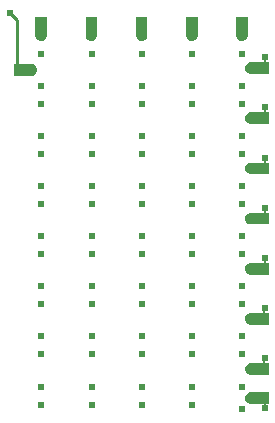
<source format=gbl>
G04*
G04 #@! TF.GenerationSoftware,Altium Limited,Altium Designer,20.1.14 (287)*
G04*
G04 Layer_Physical_Order=4*
G04 Layer_Color=16711680*
%FSLAX25Y25*%
%MOIN*%
G70*
G04*
G04 #@! TF.SameCoordinates,EDD9B4B2-C76D-452E-86CE-AE9E56570F27*
G04*
G04*
G04 #@! TF.FilePolarity,Positive*
G04*
G01*
G75*
%ADD11C,0.00600*%
%ADD12C,0.02400*%
%ADD14C,0.01000*%
G36*
X249669Y388631D02*
X243372D01*
X242648Y388930D01*
X242094Y389484D01*
X241795Y390208D01*
Y390599D01*
Y390991D01*
X242094Y391714D01*
X242648Y392268D01*
X243372Y392567D01*
X243763D01*
X249669Y392567D01*
Y388631D01*
D02*
G37*
G36*
Y371926D02*
X243372D01*
X242648Y372225D01*
X242094Y372779D01*
X241795Y373503D01*
Y373894D01*
Y374286D01*
X242094Y375009D01*
X242648Y375563D01*
X243372Y375863D01*
X243763D01*
X249669Y375863D01*
Y371926D01*
D02*
G37*
G36*
Y355221D02*
X243372D01*
X242648Y355521D01*
X242094Y356075D01*
X241795Y356798D01*
Y357190D01*
Y357581D01*
X242094Y358305D01*
X242648Y358858D01*
X243372Y359158D01*
X243763D01*
X249669Y359158D01*
Y355221D01*
D02*
G37*
G36*
Y338516D02*
X243372D01*
X242648Y338816D01*
X242094Y339370D01*
X241795Y340093D01*
Y340485D01*
Y340876D01*
X242094Y341600D01*
X242648Y342154D01*
X243372Y342453D01*
X243763D01*
X249669Y342453D01*
Y338516D01*
D02*
G37*
G36*
Y321812D02*
X243372D01*
X242648Y322111D01*
X242094Y322665D01*
X241795Y323389D01*
Y323780D01*
Y324172D01*
X242094Y324895D01*
X242648Y325449D01*
X243372Y325749D01*
X243763D01*
X249669Y325749D01*
Y321812D01*
D02*
G37*
G36*
Y305107D02*
X243372D01*
X242648Y305407D01*
X242094Y305960D01*
X241795Y306684D01*
Y307075D01*
Y307467D01*
X242094Y308190D01*
X242648Y308744D01*
X243372Y309044D01*
X243763D01*
X249669Y309044D01*
Y305107D01*
D02*
G37*
G36*
Y295335D02*
X243372D01*
X242648Y295634D01*
X242094Y296188D01*
X241795Y296912D01*
Y297303D01*
Y297695D01*
X242094Y298418D01*
X242648Y298972D01*
X243372Y299272D01*
X243763D01*
X249669Y299272D01*
Y295335D01*
D02*
G37*
G36*
X242669Y418463D02*
Y418071D01*
X242369Y417347D01*
X241815Y416794D01*
X241092Y416494D01*
X240309D01*
X239585Y416794D01*
X239031Y417347D01*
X238732Y418071D01*
Y418463D01*
Y418854D01*
Y424368D01*
X242669D01*
X242669Y418463D01*
D02*
G37*
G36*
X225964D02*
Y418071D01*
X225664Y417347D01*
X225111Y416794D01*
X224387Y416494D01*
X223604D01*
X222881Y416794D01*
X222327Y417347D01*
X222027Y418071D01*
Y418463D01*
Y418854D01*
Y424368D01*
X225964D01*
X225964Y418463D01*
D02*
G37*
G36*
X209259D02*
Y418071D01*
X208960Y417347D01*
X208406Y416794D01*
X207682Y416494D01*
X206899D01*
X206176Y416794D01*
X205622Y417347D01*
X205322Y418071D01*
Y418463D01*
Y418854D01*
D01*
Y424368D01*
X209259D01*
X209259Y418463D01*
D02*
G37*
G36*
X192555D02*
Y418071D01*
X192255Y417347D01*
X191701Y416794D01*
X190978Y416494D01*
X190194D01*
X189471Y416794D01*
X188917Y417347D01*
X188618Y418071D01*
Y418463D01*
Y418854D01*
Y424368D01*
X192555D01*
X192555Y418463D01*
D02*
G37*
G36*
X175850D02*
Y418071D01*
X175550Y417347D01*
X174996Y416794D01*
X174273Y416494D01*
X173490D01*
X172766Y416794D01*
X172213Y417347D01*
X171913Y418071D01*
Y418463D01*
Y418854D01*
Y424368D01*
X175850D01*
X175850Y418463D01*
D02*
G37*
G36*
X249669Y405335D02*
X243372D01*
X242648Y405635D01*
X242094Y406189D01*
X241795Y406912D01*
Y407304D01*
Y407695D01*
X242094Y408419D01*
X242648Y408973D01*
X243372Y409272D01*
X243763D01*
X249669Y409272D01*
Y405335D01*
D02*
G37*
G36*
X170587Y408683D02*
X170978D01*
X171702Y408383D01*
X172255Y407830D01*
X172555Y407106D01*
Y406714D01*
Y406323D01*
X172255Y405599D01*
X171702Y405046D01*
X170978Y404746D01*
X164681D01*
Y408683D01*
X170587Y408683D01*
D02*
G37*
D11*
X248239Y308599D02*
Y310639D01*
X248300Y310699D01*
X246716Y307075D02*
X248239Y308599D01*
X248239Y325304D02*
Y327343D01*
X248300Y327403D01*
X246716Y323780D02*
X248239Y325304D01*
X248300Y340681D02*
Y344108D01*
Y374090D02*
Y377518D01*
Y357385D02*
Y360813D01*
Y391352D02*
Y394222D01*
Y408057D02*
Y410927D01*
Y293994D02*
Y296473D01*
X246716Y298057D02*
X248300Y296473D01*
D12*
X163500Y425549D02*
D03*
X190637Y301200D02*
D03*
X190637Y345287D02*
D03*
Y361992D02*
D03*
Y378696D02*
D03*
Y395401D02*
D03*
X190637Y401426D02*
D03*
X190637Y412104D02*
D03*
X190637Y418130D02*
D03*
X207341Y301200D02*
D03*
X207342Y345287D02*
D03*
Y361992D02*
D03*
Y378696D02*
D03*
Y395401D02*
D03*
X207341Y401426D02*
D03*
X207342Y412104D02*
D03*
X207341Y418130D02*
D03*
X224046Y301200D02*
D03*
X224047Y345287D02*
D03*
Y361992D02*
D03*
Y378696D02*
D03*
Y395401D02*
D03*
X224046Y401426D02*
D03*
X224047Y412104D02*
D03*
X224046Y418130D02*
D03*
X240751Y301200D02*
D03*
X240751Y345287D02*
D03*
Y361992D02*
D03*
Y378696D02*
D03*
Y395401D02*
D03*
X240751Y401426D02*
D03*
X240751Y412104D02*
D03*
X240751Y418130D02*
D03*
X248300Y377518D02*
D03*
Y394222D02*
D03*
Y410927D02*
D03*
X190637Y311877D02*
D03*
X190637Y317904D02*
D03*
X190637Y328582D02*
D03*
X190637Y334609D02*
D03*
Y351314D02*
D03*
Y368018D02*
D03*
Y384723D02*
D03*
X207342Y311877D02*
D03*
X207341Y317904D02*
D03*
X207342Y328582D02*
D03*
X207341Y334609D02*
D03*
Y351314D02*
D03*
Y368018D02*
D03*
Y384723D02*
D03*
X224047Y311877D02*
D03*
X224046Y317904D02*
D03*
X224047Y328582D02*
D03*
X224046Y334609D02*
D03*
Y351314D02*
D03*
Y368018D02*
D03*
Y384723D02*
D03*
X240751Y317904D02*
D03*
X240751Y311877D02*
D03*
X240751Y351314D02*
D03*
Y334609D02*
D03*
X240751Y328582D02*
D03*
X240751Y384723D02*
D03*
Y368018D02*
D03*
X248300Y293994D02*
D03*
Y310699D02*
D03*
Y327403D02*
D03*
Y344108D02*
D03*
Y360813D02*
D03*
X173932Y301200D02*
D03*
X173933Y345287D02*
D03*
Y361992D02*
D03*
Y378696D02*
D03*
Y395401D02*
D03*
X173932Y401426D02*
D03*
X173933Y412104D02*
D03*
X173932Y418130D02*
D03*
X173933Y311877D02*
D03*
X173932Y317904D02*
D03*
X173933Y328582D02*
D03*
X173932Y334609D02*
D03*
Y351314D02*
D03*
Y368018D02*
D03*
Y384723D02*
D03*
X173933Y295173D02*
D03*
X224047D02*
D03*
X207342D02*
D03*
X190637D02*
D03*
X240751Y293598D02*
D03*
D14*
X165614Y406910D02*
Y423435D01*
X163500Y425549D02*
X165614Y423435D01*
M02*

</source>
